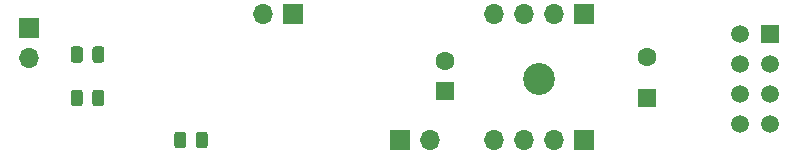
<source format=gbs>
%TF.GenerationSoftware,KiCad,Pcbnew,5.1.8-5.1.8*%
%TF.CreationDate,2022-10-01T18:22:25+01:00*%
%TF.ProjectId,ESPower,4553506f-7765-4722-9e6b-696361645f70,rev?*%
%TF.SameCoordinates,Original*%
%TF.FileFunction,Soldermask,Bot*%
%TF.FilePolarity,Negative*%
%FSLAX46Y46*%
G04 Gerber Fmt 4.6, Leading zero omitted, Abs format (unit mm)*
G04 Created by KiCad (PCBNEW 5.1.8-5.1.8) date 2022-10-01 18:22:25*
%MOMM*%
%LPD*%
G01*
G04 APERTURE LIST*
%ADD10C,2.700000*%
%ADD11C,1.500000*%
%ADD12R,1.500000X1.500000*%
%ADD13R,1.700000X1.700000*%
%ADD14O,1.700000X1.700000*%
%ADD15C,1.600000*%
%ADD16R,1.600000X1.600000*%
G04 APERTURE END LIST*
D10*
X127254000Y-101600000D03*
D11*
X144272000Y-105410000D03*
X144272000Y-102870000D03*
X144272000Y-100330000D03*
X144272000Y-97790000D03*
D12*
X146812000Y-97790000D03*
D11*
X146812000Y-100330000D03*
X146812000Y-102870000D03*
X146812000Y-105410000D03*
G36*
G01*
X88627000Y-99117998D02*
X88627000Y-100018002D01*
G75*
G02*
X88377002Y-100268000I-249998J0D01*
G01*
X87851998Y-100268000D01*
G75*
G02*
X87602000Y-100018002I0J249998D01*
G01*
X87602000Y-99117998D01*
G75*
G02*
X87851998Y-98868000I249998J0D01*
G01*
X88377002Y-98868000D01*
G75*
G02*
X88627000Y-99117998I0J-249998D01*
G01*
G37*
G36*
G01*
X90452000Y-99117998D02*
X90452000Y-100018002D01*
G75*
G02*
X90202002Y-100268000I-249998J0D01*
G01*
X89676998Y-100268000D01*
G75*
G02*
X89427000Y-100018002I0J249998D01*
G01*
X89427000Y-99117998D01*
G75*
G02*
X89676998Y-98868000I249998J0D01*
G01*
X90202002Y-98868000D01*
G75*
G02*
X90452000Y-99117998I0J-249998D01*
G01*
G37*
G36*
G01*
X89427000Y-103701002D02*
X89427000Y-102800998D01*
G75*
G02*
X89676998Y-102551000I249998J0D01*
G01*
X90202002Y-102551000D01*
G75*
G02*
X90452000Y-102800998I0J-249998D01*
G01*
X90452000Y-103701002D01*
G75*
G02*
X90202002Y-103951000I-249998J0D01*
G01*
X89676998Y-103951000D01*
G75*
G02*
X89427000Y-103701002I0J249998D01*
G01*
G37*
G36*
G01*
X87602000Y-103701002D02*
X87602000Y-102800998D01*
G75*
G02*
X87851998Y-102551000I249998J0D01*
G01*
X88377002Y-102551000D01*
G75*
G02*
X88627000Y-102800998I0J-249998D01*
G01*
X88627000Y-103701002D01*
G75*
G02*
X88377002Y-103951000I-249998J0D01*
G01*
X87851998Y-103951000D01*
G75*
G02*
X87602000Y-103701002I0J249998D01*
G01*
G37*
G36*
G01*
X98190000Y-107257002D02*
X98190000Y-106356998D01*
G75*
G02*
X98439998Y-106107000I249998J0D01*
G01*
X98965002Y-106107000D01*
G75*
G02*
X99215000Y-106356998I0J-249998D01*
G01*
X99215000Y-107257002D01*
G75*
G02*
X98965002Y-107507000I-249998J0D01*
G01*
X98439998Y-107507000D01*
G75*
G02*
X98190000Y-107257002I0J249998D01*
G01*
G37*
G36*
G01*
X96365000Y-107257002D02*
X96365000Y-106356998D01*
G75*
G02*
X96614998Y-106107000I249998J0D01*
G01*
X97140002Y-106107000D01*
G75*
G02*
X97390000Y-106356998I0J-249998D01*
G01*
X97390000Y-107257002D01*
G75*
G02*
X97140002Y-107507000I-249998J0D01*
G01*
X96614998Y-107507000D01*
G75*
G02*
X96365000Y-107257002I0J249998D01*
G01*
G37*
D13*
X131064000Y-96139000D03*
D14*
X128524000Y-96139000D03*
X125984000Y-96139000D03*
X123444000Y-96139000D03*
D13*
X106401000Y-96139000D03*
D14*
X103861000Y-96139000D03*
D13*
X131039000Y-106807000D03*
D14*
X128499000Y-106807000D03*
X125959000Y-106807000D03*
X123419000Y-106807000D03*
D13*
X115443000Y-106807000D03*
D14*
X117983000Y-106807000D03*
X84074000Y-99822000D03*
D13*
X84074000Y-97282000D03*
D15*
X136398000Y-99751000D03*
D16*
X136398000Y-103251000D03*
D15*
X119253000Y-100116000D03*
D16*
X119253000Y-102616000D03*
M02*

</source>
